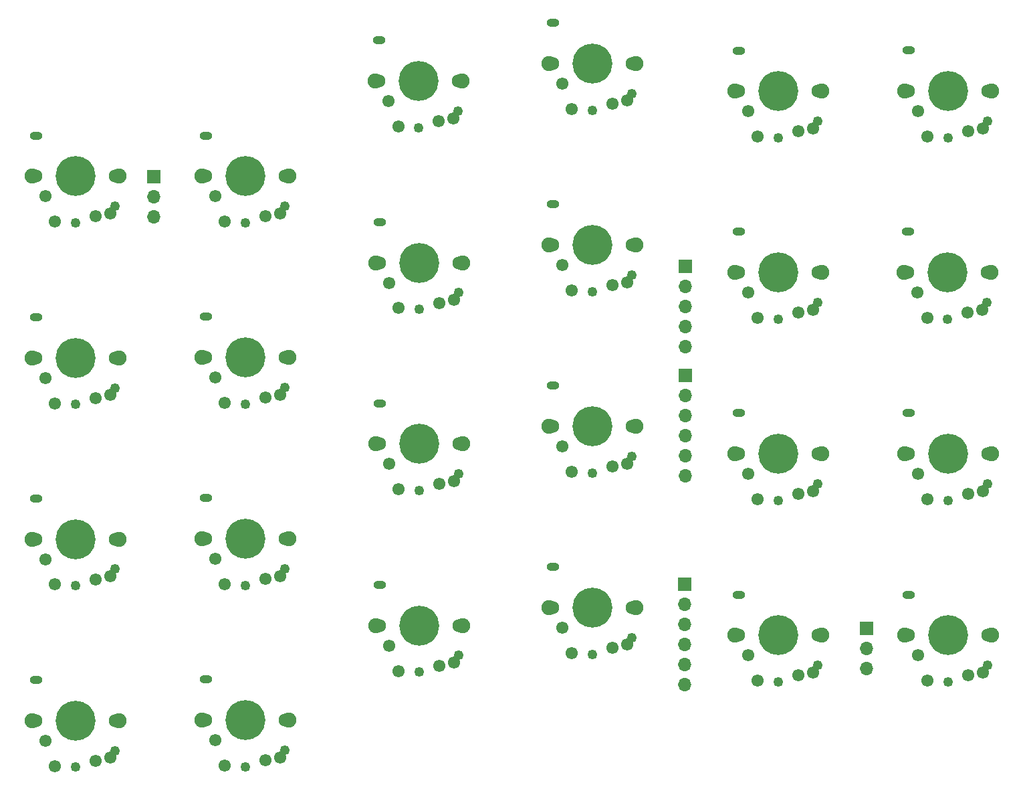
<source format=gbr>
%TF.GenerationSoftware,KiCad,Pcbnew,(6.99.0-4085-g6c752680d7)*%
%TF.CreationDate,2022-11-14T18:26:04+08:00*%
%TF.ProjectId,Right Flex PCB,52696768-7420-4466-9c65-78205043422e,rev?*%
%TF.SameCoordinates,Original*%
%TF.FileFunction,Soldermask,Bot*%
%TF.FilePolarity,Negative*%
%FSLAX46Y46*%
G04 Gerber Fmt 4.6, Leading zero omitted, Abs format (unit mm)*
G04 Created by KiCad (PCBNEW (6.99.0-4085-g6c752680d7)) date 2022-11-14 18:26:04*
%MOMM*%
%LPD*%
G01*
G04 APERTURE LIST*
%ADD10C,1.900000*%
%ADD11C,1.750000*%
%ADD12O,1.600000X1.000000*%
%ADD13C,1.550000*%
%ADD14C,5.050000*%
%ADD15C,1.250000*%
%ADD16R,1.700000X1.700000*%
%ADD17O,1.700000X1.700000*%
G04 APERTURE END LIST*
D10*
%TO.C,SW12*%
X81753400Y-112153200D03*
D11*
X82173400Y-112153200D03*
D12*
X82253399Y-107003199D03*
D13*
X83443400Y-114693200D03*
X84653400Y-117903200D03*
D14*
X87253400Y-112153200D03*
D15*
X87253400Y-118053200D03*
D13*
X89793400Y-117233200D03*
X91653400Y-116853200D03*
D15*
X92253400Y-115953200D03*
D11*
X92333400Y-112153200D03*
D10*
X92753400Y-112153200D03*
%TD*%
D16*
%TO.C,J3*%
X53695199Y-55364399D03*
D17*
X53695199Y-57904399D03*
X53695199Y-60444399D03*
%TD*%
D10*
%TO.C,SW7*%
X59741599Y-101196400D03*
D11*
X60161599Y-101196400D03*
D12*
X60241598Y-96046399D03*
D13*
X61431599Y-103736400D03*
X62641599Y-106946400D03*
D14*
X65241599Y-101196400D03*
D15*
X65241599Y-107096400D03*
D13*
X67781599Y-106276400D03*
X69641599Y-105896400D03*
D15*
X70241599Y-104996400D03*
D11*
X70321599Y-101196400D03*
D10*
X70741599Y-101196400D03*
%TD*%
%TO.C,SW16*%
X103724400Y-86981800D03*
D11*
X104144400Y-86981800D03*
D12*
X104224399Y-81831799D03*
D13*
X105414400Y-89521800D03*
X106624400Y-92731800D03*
D14*
X109224400Y-86981800D03*
D15*
X109224400Y-92881800D03*
D13*
X111764400Y-92061800D03*
X113624400Y-91681800D03*
D15*
X114224400Y-90781800D03*
D11*
X114304400Y-86981800D03*
D10*
X114724400Y-86981800D03*
%TD*%
%TO.C,SW21*%
X127246400Y-90442800D03*
D11*
X127666400Y-90442800D03*
D12*
X127746399Y-85292799D03*
D13*
X128936400Y-92982800D03*
X130146400Y-96192800D03*
D14*
X132746400Y-90442800D03*
D15*
X132746400Y-96342800D03*
D13*
X135286400Y-95522800D03*
X137146400Y-95142800D03*
D15*
X137746400Y-94242800D03*
D11*
X137826400Y-90442800D03*
D10*
X138246400Y-90442800D03*
%TD*%
%TO.C,SW11*%
X81753400Y-89191600D03*
D11*
X82173400Y-89191600D03*
D12*
X82253399Y-84041599D03*
D13*
X83443400Y-91731600D03*
X84653400Y-94941600D03*
D14*
X87253400Y-89191600D03*
D15*
X87253400Y-95091600D03*
D13*
X89793400Y-94271600D03*
X91653400Y-93891600D03*
D15*
X92253400Y-92991600D03*
D11*
X92333400Y-89191600D03*
D10*
X92753400Y-89191600D03*
%TD*%
%TO.C,SW19*%
X127221000Y-44570400D03*
D11*
X127641000Y-44570400D03*
D12*
X127720999Y-39420399D03*
D13*
X128911000Y-47110400D03*
X130121000Y-50320400D03*
D14*
X132721000Y-44570400D03*
D15*
X132721000Y-50470400D03*
D13*
X135261000Y-49650400D03*
X137121000Y-49270400D03*
D15*
X137721000Y-48370400D03*
D11*
X137801000Y-44570400D03*
D10*
X138221000Y-44570400D03*
%TD*%
D16*
%TO.C,J2*%
X120960799Y-66719198D03*
D17*
X120960799Y-69259198D03*
X120960799Y-71799198D03*
X120960799Y-74339198D03*
X120960799Y-76879198D03*
%TD*%
D16*
%TO.C,J4*%
X120960799Y-80536798D03*
D17*
X120960799Y-83076798D03*
X120960799Y-85616798D03*
X120960799Y-88156798D03*
X120960799Y-90696798D03*
X120960799Y-93236798D03*
%TD*%
D16*
%TO.C,J5*%
X143955199Y-112534399D03*
D17*
X143955199Y-115074399D03*
X143955199Y-117614399D03*
%TD*%
D10*
%TO.C,SW17*%
X103724400Y-109892600D03*
D11*
X104144400Y-109892600D03*
D12*
X104224399Y-104742599D03*
D13*
X105414400Y-112432600D03*
X106624400Y-115642600D03*
D14*
X109224400Y-109892600D03*
D15*
X109224400Y-115792600D03*
D13*
X111764400Y-114972600D03*
X113624400Y-114592600D03*
D15*
X114224400Y-113692600D03*
D11*
X114304400Y-109892600D03*
D10*
X114724400Y-109892600D03*
%TD*%
%TO.C,SW5*%
X59741599Y-55324000D03*
D11*
X60161599Y-55324000D03*
D12*
X60241598Y-50173999D03*
D13*
X61431599Y-57864000D03*
X62641599Y-61074000D03*
D14*
X65241599Y-55324000D03*
D15*
X65241599Y-61224000D03*
D13*
X67781599Y-60404000D03*
X69641599Y-60024000D03*
D15*
X70241599Y-59124000D03*
D11*
X70321599Y-55324000D03*
D10*
X70741599Y-55324000D03*
%TD*%
%TO.C,SW9*%
X81728000Y-43293800D03*
D11*
X82148000Y-43293800D03*
D12*
X82227999Y-38143799D03*
D13*
X83418000Y-45833800D03*
X84628000Y-49043800D03*
D14*
X87228000Y-43293800D03*
D15*
X87228000Y-49193800D03*
D13*
X89768000Y-48373800D03*
X91628000Y-47993800D03*
D15*
X92228000Y-47093800D03*
D11*
X92308000Y-43293800D03*
D10*
X92728000Y-43293800D03*
%TD*%
%TO.C,SW14*%
X103724400Y-41058600D03*
D11*
X104144400Y-41058600D03*
D12*
X104224399Y-35908599D03*
D13*
X105414400Y-43598600D03*
X106624400Y-46808600D03*
D14*
X109224400Y-41058600D03*
D15*
X109224400Y-46958600D03*
D13*
X111764400Y-46138600D03*
X113624400Y-45758600D03*
D15*
X114224400Y-44858600D03*
D11*
X114304400Y-41058600D03*
D10*
X114724400Y-41058600D03*
%TD*%
%TO.C,SW15*%
X103724400Y-64020200D03*
D11*
X104144400Y-64020200D03*
D12*
X104224399Y-58870199D03*
D13*
X105414400Y-66560200D03*
X106624400Y-69770200D03*
D14*
X109224400Y-64020200D03*
D15*
X109224400Y-69920200D03*
D13*
X111764400Y-69100200D03*
X113624400Y-68720200D03*
D15*
X114224400Y-67820200D03*
D11*
X114304400Y-64020200D03*
D10*
X114724400Y-64020200D03*
%TD*%
D16*
%TO.C,J1*%
X120885199Y-106904399D03*
D17*
X120885199Y-109444399D03*
X120885199Y-111984399D03*
X120885199Y-114524399D03*
X120885199Y-117064399D03*
X120885199Y-119604399D03*
%TD*%
D10*
%TO.C,SW1*%
X38237200Y-55330601D03*
D11*
X38657200Y-55330601D03*
D12*
X38737199Y-50180600D03*
D13*
X39927200Y-57870601D03*
X41137200Y-61080601D03*
D14*
X43737200Y-55330601D03*
D15*
X43737200Y-61230601D03*
D13*
X46277200Y-60410601D03*
X48137200Y-60030601D03*
D15*
X48737200Y-59130601D03*
D11*
X48817200Y-55330601D03*
D10*
X49237200Y-55330601D03*
%TD*%
%TO.C,SW24*%
X148709399Y-67506598D03*
D11*
X149129399Y-67506598D03*
D12*
X149209398Y-62356597D03*
D13*
X150399399Y-70046598D03*
X151609399Y-73256598D03*
D14*
X154209399Y-67506598D03*
D15*
X154209399Y-73406598D03*
D13*
X156749399Y-72586598D03*
X158609399Y-72206598D03*
D15*
X159209399Y-71306598D03*
D11*
X159289399Y-67506598D03*
D10*
X159709399Y-67506598D03*
%TD*%
%TO.C,SW8*%
X59741599Y-124132600D03*
D11*
X60161599Y-124132600D03*
D12*
X60241598Y-118982599D03*
D13*
X61431599Y-126672600D03*
X62641599Y-129882600D03*
D14*
X65241599Y-124132600D03*
D15*
X65241599Y-130032600D03*
D13*
X67781599Y-129212600D03*
X69641599Y-128832600D03*
D15*
X70241599Y-127932600D03*
D11*
X70321599Y-124132600D03*
D10*
X70741599Y-124132600D03*
%TD*%
%TO.C,SW10*%
X81753400Y-66255400D03*
D11*
X82173400Y-66255400D03*
D12*
X82253399Y-61105399D03*
D13*
X83443400Y-68795400D03*
X84653400Y-72005400D03*
D14*
X87253400Y-66255400D03*
D15*
X87253400Y-72155400D03*
D13*
X89793400Y-71335400D03*
X91653400Y-70955400D03*
D15*
X92253400Y-70055400D03*
D11*
X92333400Y-66255400D03*
D10*
X92753400Y-66255400D03*
%TD*%
%TO.C,SW25*%
X148734799Y-90442798D03*
D11*
X149154799Y-90442798D03*
D12*
X149234798Y-85292797D03*
D13*
X150424799Y-92982798D03*
X151634799Y-96192798D03*
D14*
X154234799Y-90442798D03*
D15*
X154234799Y-96342798D03*
D13*
X156774799Y-95522798D03*
X158634799Y-95142798D03*
D15*
X159234799Y-94242798D03*
D11*
X159314799Y-90442798D03*
D10*
X159734799Y-90442798D03*
%TD*%
%TO.C,SW26*%
X148734799Y-113404398D03*
D11*
X149154799Y-113404398D03*
D12*
X149234798Y-108254397D03*
D13*
X150424799Y-115944398D03*
X151634799Y-119154398D03*
D14*
X154234799Y-113404398D03*
D15*
X154234799Y-119304398D03*
D13*
X156774799Y-118484398D03*
X158634799Y-118104398D03*
D15*
X159234799Y-117204398D03*
D11*
X159314799Y-113404398D03*
D10*
X159734799Y-113404398D03*
%TD*%
%TO.C,SW20*%
X127221000Y-67506600D03*
D11*
X127641000Y-67506600D03*
D12*
X127720999Y-62356599D03*
D13*
X128911000Y-70046600D03*
X130121000Y-73256600D03*
D14*
X132721000Y-67506600D03*
D15*
X132721000Y-73406600D03*
D13*
X135261000Y-72586600D03*
X137121000Y-72206600D03*
D15*
X137721000Y-71306600D03*
D11*
X137801000Y-67506600D03*
D10*
X138221000Y-67506600D03*
%TD*%
%TO.C,SW2*%
X38237200Y-78292201D03*
D11*
X38657200Y-78292201D03*
D12*
X38737199Y-73142200D03*
D13*
X39927200Y-80832201D03*
X41137200Y-84042201D03*
D14*
X43737200Y-78292201D03*
D15*
X43737200Y-84192201D03*
D13*
X46277200Y-83372201D03*
X48137200Y-82992201D03*
D15*
X48737200Y-82092201D03*
D11*
X48817200Y-78292201D03*
D10*
X49237200Y-78292201D03*
%TD*%
%TO.C,SW22*%
X127246400Y-113404400D03*
D11*
X127666400Y-113404400D03*
D12*
X127746399Y-108254399D03*
D13*
X128936400Y-115944400D03*
X130146400Y-119154400D03*
D14*
X132746400Y-113404400D03*
D15*
X132746400Y-119304400D03*
D13*
X135286400Y-118484400D03*
X137146400Y-118104400D03*
D15*
X137746400Y-117204400D03*
D11*
X137826400Y-113404400D03*
D10*
X138246400Y-113404400D03*
%TD*%
%TO.C,SW23*%
X148734799Y-44544998D03*
D11*
X149154799Y-44544998D03*
D12*
X149234798Y-39394997D03*
D13*
X150424799Y-47084998D03*
X151634799Y-50294998D03*
D14*
X154234799Y-44544998D03*
D15*
X154234799Y-50444998D03*
D13*
X156774799Y-49624998D03*
X158634799Y-49244998D03*
D15*
X159234799Y-48344998D03*
D11*
X159314799Y-44544998D03*
D10*
X159734799Y-44544998D03*
%TD*%
%TO.C,SW6*%
X59741599Y-78234800D03*
D11*
X60161599Y-78234800D03*
D12*
X60241598Y-73084799D03*
D13*
X61431599Y-80774800D03*
X62641599Y-83984800D03*
D14*
X65241599Y-78234800D03*
D15*
X65241599Y-84134800D03*
D13*
X67781599Y-83314800D03*
X69641599Y-82934800D03*
D15*
X70241599Y-82034800D03*
D11*
X70321599Y-78234800D03*
D10*
X70741599Y-78234800D03*
%TD*%
%TO.C,SW3*%
X38237200Y-101228401D03*
D11*
X38657200Y-101228401D03*
D12*
X38737199Y-96078400D03*
D13*
X39927200Y-103768401D03*
X41137200Y-106978401D03*
D14*
X43737200Y-101228401D03*
D15*
X43737200Y-107128401D03*
D13*
X46277200Y-106308401D03*
X48137200Y-105928401D03*
D15*
X48737200Y-105028401D03*
D11*
X48817200Y-101228401D03*
D10*
X49237200Y-101228401D03*
%TD*%
%TO.C,SW4*%
X38237200Y-124190001D03*
D11*
X38657200Y-124190001D03*
D12*
X38737199Y-119040000D03*
D13*
X39927200Y-126730001D03*
X41137200Y-129940001D03*
D14*
X43737200Y-124190001D03*
D15*
X43737200Y-130090001D03*
D13*
X46277200Y-129270001D03*
X48137200Y-128890001D03*
D15*
X48737200Y-127990001D03*
D11*
X48817200Y-124190001D03*
D10*
X49237200Y-124190001D03*
%TD*%
M02*

</source>
